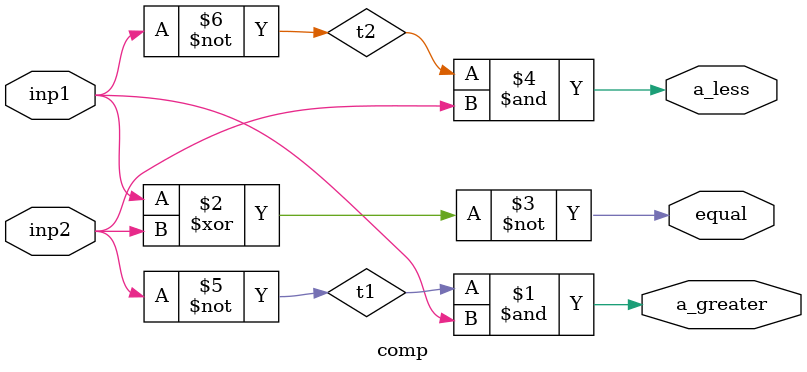
<source format=sv>
module comp_16_bit #(parameter N=16) (inp1,inp2,comp);
  input [15:0]inp1,inp2;
  output reg comp;
  wire t1,t2,t3,t4,t5,t6,t7,t8,t9,t10,t11,t12;
  wire y1,y2,y3,y4,y5,y6,a_less,a_greater,equal;
  wire [1:0]op1;
  comp_4_bit c1(.inp1(inp1[3:0]),.inp2(inp2[3:0]),.a_less(t1),.a_greater(t2),.equal(t3));
  comp_4_bit c2(.inp1(inp1[7:4]),.inp2(inp2[7:4]),.a_less(t4),.a_greater(t5),.equal(t6));
  comp_4_bit c3(.inp1(inp1[11:8]),.inp2(inp2[11:8]),.a_less(t7),.a_greater(t8),.equal(t9));
  comp_4_bit c4(.inp1(inp1[15:12]),.inp2(inp2[15:12]),.a_less(t10),.a_greater(t11),.equal(t12));
  
 
  and b1(y1,t2,t6,t9,t12);
  and b2(y2,t1,t6,t9,t12); 
  and b3(y3,t5,t9,t12);
  and b4(y4,t4,t9,t12);
  and b5(y5,t8,t12); 
  and b6(y6,t7,t12);
  and b7(equal,t3,t6,t9,t12); 
  or b8(a_greater,y1,y3,y5,t11);
  or b9(a_less,y2,y4,y6,t10);
  assign op1={a_less,a_greater};
  always@(op1)begin
    case(op1)
      2'b00: begin
        comp = a_less;
        $display("inp1<inp2");
      end
        
      2'b01 : begin
        comp = a_greater;
        $display("inp1>inp2");
      end
      
    endcase
  end
  
endmodule



module comp_4_bit(inp1,inp2,a_less,a_greater,equal);
  input [3:0]inp1,inp2;
  output reg a_less,a_greater,equal;
  wire t1,t2,t3,t4,t5,t6,t7,t8,t9,t10,t11,t12;
  wire y1,y2,y3,y4,y5,y6;
  
  comp c1(.inp1(inp1[0]),.inp2(inp2[0]),.a_less(t1),.a_greater(t2),.equal(t3));
  comp c2(.inp1(inp1[1]),.inp2(inp2[1]),.a_less(t4),.a_greater(t5),.equal(t6));
  comp c3(.inp1(inp1[2]),.inp2(inp2[2]),.a_less(t7),.a_greater(t8),.equal(t9));
  comp c4(.inp1(inp1[3]),.inp2(inp2[3]),.a_less(t10),.a_greater(t11),.equal(t12));
  
 
  and b1(y1,t2,t6,t9,t12);
  and b2(y2,t1,t6,t9,t12); 
  and b3(y3,t5,t9,t12); 
  and b4(y4,t4,t9,t12);
  and b5(y5,t8,t12);
  and b6(y6,t7,t12);
  
  and b7(equal,t3,t6,t9,t12); 
  or b8(a_greater,y1,y3,y5,t11);
  or b9(a_less,y2,y4,y6,t10);
  
endmodule

//1-bit comp
module comp(inp1,inp2,a_less,a_greater,equal);

  input inp1,inp2;
  output reg a_less,a_greater,equal;
  wire t1,t2;
  
  not n1(t1,inp2);
  and a1(a_greater,t1,inp1);
  xnor x1(equal,inp1,inp2);
  not n2(t2,inp1);
  and a2(a_less,t2,inp2);
endmodule
 

</source>
